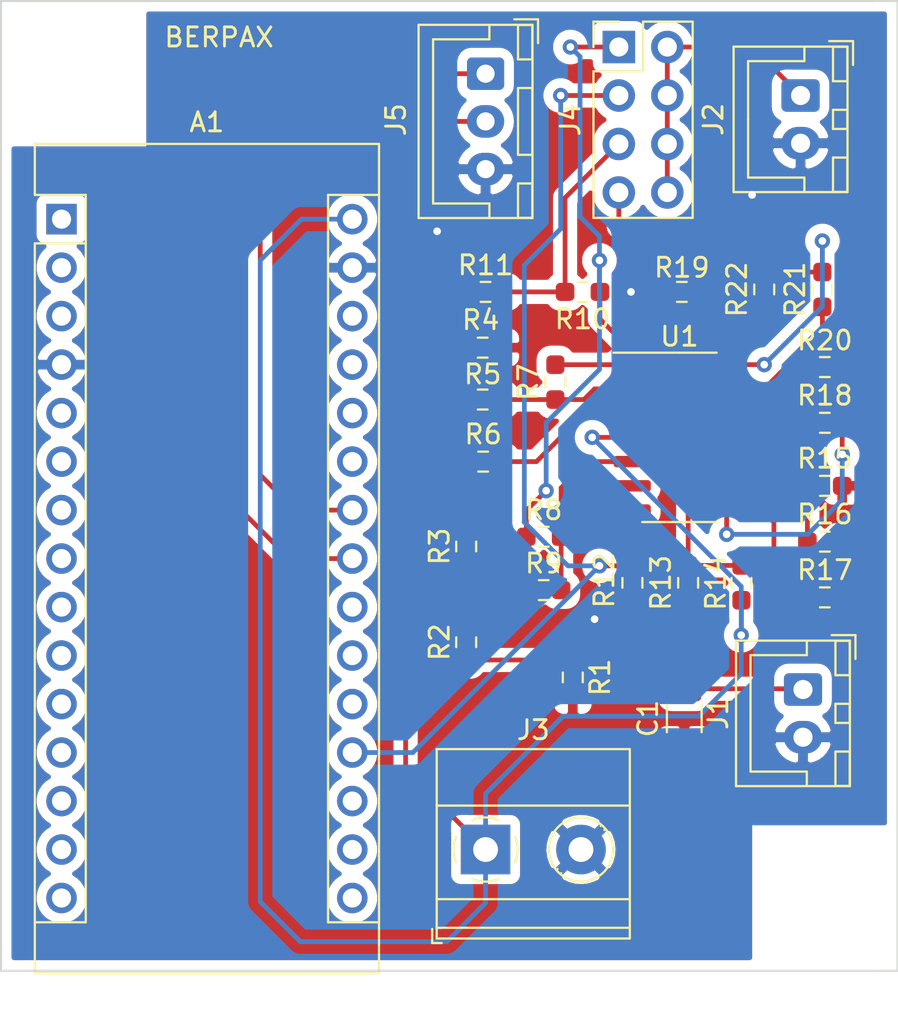
<source format=kicad_pcb>
(kicad_pcb (version 20171130) (host pcbnew "(5.1.8)-1")
  (layers (0 F.Cu signal) (31 B.Cu signal) (34 B.Paste user) (35 F.Paste user) (36 B.SilkS user) (37 F.SilkS user) (38 B.Mask user) (39 F.Mask user) (44 Edge.Cuts user))
  (net 0 "")
  (net 1 "Net-(A1-Pad16)")
  (net 2 "Net-(A1-Pad15)")
  (net 3 +12V)
  (net 4 "Net-(A1-Pad14)")
  (net 5 GND)
  (net 6 "Net-(A1-Pad13)")
  (net 7 "Net-(A1-Pad28)")
  (net 8 "Net-(A1-Pad12)")
  (net 9 "Net-(A1-Pad27)")
  (net 10 "Net-(A1-Pad11)")
  (net 11 "Net-(A1-Pad26)")
  (net 12 "Net-(A1-Pad10)")
  (net 13 "Net-(A1-Pad25)")
  (net 14 "Net-(A1-Pad9)")
  (net 15 "Net-(A1-Pad24)")
  (net 16 "Net-(A1-Pad8)")
  (net 17 "Net-(A1-Pad23)")
  (net 18 "Net-(A1-Pad7)")
  (net 19 "Net-(A1-Pad22)")
  (net 20 "Net-(A1-Pad6)")
  (net 21 "Net-(A1-Pad21)")
  (net 22 "Net-(A1-Pad5)")
  (net 23 "Net-(A1-Pad20)")
  (net 24 0-5V)
  (net 25 "Net-(A1-Pad3)")
  (net 26 "Net-(A1-Pad18)")
  (net 27 "Net-(A1-Pad2)")
  (net 28 "Net-(A1-Pad17)")
  (net 29 "Net-(A1-Pad1)")
  (net 30 "Net-(C1-Pad1)")
  (net 31 "Net-(J2-Pad1)")
  (net 32 4-20mA)
  (net 33 0-3V3)
  (net 34 0-10V)
  (net 35 "Net-(R2-Pad1)")
  (net 36 "Net-(R3-Pad1)")
  (net 37 "Net-(R4-Pad2)")
  (net 38 "Net-(R5-Pad2)")
  (net 39 "Net-(R8-Pad2)")
  (net 40 "Net-(R12-Pad2)")
  (net 41 "Net-(R13-Pad2)")
  (net 42 "Net-(R15-Pad1)")
  (net 43 "Net-(R16-Pad2)")
  (net 44 "Net-(R17-Pad1)")
  (net 45 "Net-(R18-Pad1)")
  (net 46 "Net-(R20-Pad2)")
  (net 47 "Net-(R21-Pad2)")
  (module MountingHole:MountingHole_3.2mm_M3 (layer F.Cu) (at 49.53 29.21)
    (fp_text reference REF** hide)
    (fp_text value MountingHole_3.2mm_M3)
    (pad 1 np_thru_hole circle (at 0 0) (size 3.2 3.2) (drill 3.2) (layers *.Cu *.Mask))
  )
  (module MountingHole:MountingHole_3.2mm_M3 (layer F.Cu) (at 88.9 72.39)
    (fp_text reference REF** hide)
    (fp_text value MountingHole_3.2mm_M3)
    (pad 1 np_thru_hole circle (at 0 0) (size 3.2 3.2) (drill 3.2) (layers *.Cu *.Mask))
  )
  (module Module:Arduino_Nano (layer F.Cu) (at 48.895 36.83)
    (fp_text reference A1 (at 7.62 -5.08) (layer F.SilkS))
    (fp_text value Arduino_Nano_Every)
    (fp_line (start 16.64 -3.94) (end -1.4 -3.94) (layer F.SilkS) (width 0.12))
    (fp_line (start 16.64 39.5) (end 16.64 -3.94) (layer F.SilkS) (width 0.12))
    (fp_line (start -1.4 39.5) (end 16.64 39.5) (layer F.SilkS) (width 0.12))
    (fp_line (start 1.27 36.83) (end -1.4 36.83) (layer F.SilkS) (width 0.12))
    (fp_line (start 1.27 1.27) (end 1.27 36.83) (layer F.SilkS) (width 0.12))
    (fp_line (start 1.27 1.27) (end -1.4 1.27) (layer F.SilkS) (width 0.12))
    (fp_line (start 13.97 36.83) (end 16.64 36.83) (layer F.SilkS) (width 0.12))
    (fp_line (start 13.97 -1.27) (end 13.97 36.83) (layer F.SilkS) (width 0.12))
    (fp_line (start 13.97 -1.27) (end 16.64 -1.27) (layer F.SilkS) (width 0.12))
    (fp_line (start -1.4 -3.94) (end -1.4 -1.27) (layer F.SilkS) (width 0.12))
    (fp_line (start -1.4 1.27) (end -1.4 39.5) (layer F.SilkS) (width 0.12))
    (fp_line (start 1.27 -1.27) (end -1.4 -1.27) (layer F.SilkS) (width 0.12))
    (fp_line (start 1.27 1.27) (end 1.27 -1.27) (layer F.SilkS) (width 0.12))
    (pad 16 thru_hole oval (at 15.24 35.56) (size 1.6 1.6) (drill 1) (layers *.Cu *.Mask) (net 1 "Net-(A1-Pad16)"))
    (pad 15 thru_hole oval (at 0 35.56) (size 1.6 1.6) (drill 1) (layers *.Cu *.Mask) (net 2 "Net-(A1-Pad15)"))
    (pad 30 thru_hole oval (at 15.24 0) (size 1.6 1.6) (drill 1) (layers *.Cu *.Mask) (net 3 +12V))
    (pad 14 thru_hole oval (at 0 33.02) (size 1.6 1.6) (drill 1) (layers *.Cu *.Mask) (net 4 "Net-(A1-Pad14)"))
    (pad 29 thru_hole oval (at 15.24 2.54) (size 1.6 1.6) (drill 1) (layers *.Cu *.Mask) (net 5 GND))
    (pad 13 thru_hole oval (at 0 30.48) (size 1.6 1.6) (drill 1) (layers *.Cu *.Mask) (net 6 "Net-(A1-Pad13)"))
    (pad 28 thru_hole oval (at 15.24 5.08) (size 1.6 1.6) (drill 1) (layers *.Cu *.Mask) (net 7 "Net-(A1-Pad28)"))
    (pad 12 thru_hole oval (at 0 27.94) (size 1.6 1.6) (drill 1) (layers *.Cu *.Mask) (net 8 "Net-(A1-Pad12)"))
    (pad 27 thru_hole oval (at 15.24 7.62) (size 1.6 1.6) (drill 1) (layers *.Cu *.Mask) (net 9 "Net-(A1-Pad27)"))
    (pad 11 thru_hole oval (at 0 25.4) (size 1.6 1.6) (drill 1) (layers *.Cu *.Mask) (net 10 "Net-(A1-Pad11)"))
    (pad 26 thru_hole oval (at 15.24 10.16) (size 1.6 1.6) (drill 1) (layers *.Cu *.Mask) (net 11 "Net-(A1-Pad26)"))
    (pad 10 thru_hole oval (at 0 22.86) (size 1.6 1.6) (drill 1) (layers *.Cu *.Mask) (net 12 "Net-(A1-Pad10)"))
    (pad 25 thru_hole oval (at 15.24 12.7) (size 1.6 1.6) (drill 1) (layers *.Cu *.Mask) (net 13 "Net-(A1-Pad25)"))
    (pad 9 thru_hole oval (at 0 20.32) (size 1.6 1.6) (drill 1) (layers *.Cu *.Mask) (net 14 "Net-(A1-Pad9)"))
    (pad 24 thru_hole oval (at 15.24 15.24) (size 1.6 1.6) (drill 1) (layers *.Cu *.Mask) (net 15 "Net-(A1-Pad24)"))
    (pad 8 thru_hole oval (at 0 17.78) (size 1.6 1.6) (drill 1) (layers *.Cu *.Mask) (net 16 "Net-(A1-Pad8)"))
    (pad 23 thru_hole oval (at 15.24 17.78) (size 1.6 1.6) (drill 1) (layers *.Cu *.Mask) (net 17 "Net-(A1-Pad23)"))
    (pad 7 thru_hole oval (at 0 15.24) (size 1.6 1.6) (drill 1) (layers *.Cu *.Mask) (net 18 "Net-(A1-Pad7)"))
    (pad 22 thru_hole oval (at 15.24 20.32) (size 1.6 1.6) (drill 1) (layers *.Cu *.Mask) (net 19 "Net-(A1-Pad22)"))
    (pad 6 thru_hole oval (at 0 12.7) (size 1.6 1.6) (drill 1) (layers *.Cu *.Mask) (net 20 "Net-(A1-Pad6)"))
    (pad 21 thru_hole oval (at 15.24 22.86) (size 1.6 1.6) (drill 1) (layers *.Cu *.Mask) (net 21 "Net-(A1-Pad21)"))
    (pad 5 thru_hole oval (at 0 10.16) (size 1.6 1.6) (drill 1) (layers *.Cu *.Mask) (net 22 "Net-(A1-Pad5)"))
    (pad 20 thru_hole oval (at 15.24 25.4) (size 1.6 1.6) (drill 1) (layers *.Cu *.Mask) (net 23 "Net-(A1-Pad20)"))
    (pad 4 thru_hole oval (at 0 7.62) (size 1.6 1.6) (drill 1) (layers *.Cu *.Mask) (net 5 GND))
    (pad 19 thru_hole oval (at 15.24 27.94) (size 1.6 1.6) (drill 1) (layers *.Cu *.Mask) (net 24 0-5V))
    (pad 3 thru_hole oval (at 0 5.08) (size 1.6 1.6) (drill 1) (layers *.Cu *.Mask) (net 25 "Net-(A1-Pad3)"))
    (pad 18 thru_hole oval (at 15.24 30.48) (size 1.6 1.6) (drill 1) (layers *.Cu *.Mask) (net 26 "Net-(A1-Pad18)"))
    (pad 2 thru_hole oval (at 0 2.54) (size 1.6 1.6) (drill 1) (layers *.Cu *.Mask) (net 27 "Net-(A1-Pad2)"))
    (pad 17 thru_hole oval (at 15.24 33.02) (size 1.6 1.6) (drill 1) (layers *.Cu *.Mask) (net 28 "Net-(A1-Pad17)"))
    (pad 1 thru_hole rect (at 0 0) (size 1.6 1.6) (drill 1) (layers *.Cu *.Mask) (net 29 "Net-(A1-Pad1)"))
  )
  (module Capacitor_SMD:C_1206_3216Metric_Pad1.33x1.80mm_HandSolder (layer F.Cu) (at 81.534 62.992 270)
    (fp_text reference C1 (at 0 1.905 90) (layer F.SilkS))
    (fp_text value C)
    (fp_line (start -0.711252 0.91) (end 0.711252 0.91) (layer F.SilkS) (width 0.12))
    (fp_line (start -0.711252 -0.91) (end 0.711252 -0.91) (layer F.SilkS) (width 0.12))
    (pad 2 smd roundrect (at 1.5625 0 270) (size 1.325 1.8) (layers F.Cu F.Paste F.Mask) (roundrect_rratio 0.188679) (net 5 GND))
    (pad 1 smd roundrect (at -1.5625 0 270) (size 1.325 1.8) (layers F.Cu F.Paste F.Mask) (roundrect_rratio 0.188679) (net 30 "Net-(C1-Pad1)"))
  )
  (module Package_SO:SOIC-14_3.9x8.7mm_P1.27mm (layer F.Cu) (at 81.28 48.26)
    (fp_text reference U1 (at 0 -5.28) (layer F.SilkS))
    (fp_text value Opamp_Quad_Generic)
    (fp_line (start 0 -4.435) (end -3.45 -4.435) (layer F.SilkS) (width 0.12))
    (fp_line (start 0 -4.435) (end 1.95 -4.435) (layer F.SilkS) (width 0.12))
    (fp_line (start 0 4.435) (end -1.95 4.435) (layer F.SilkS) (width 0.12))
    (fp_line (start 0 4.435) (end 1.95 4.435) (layer F.SilkS) (width 0.12))
    (pad 14 smd roundrect (at 2.475 -3.81) (size 1.95 0.6) (layers F.Cu F.Paste F.Mask) (net 47 "Net-(R21-Pad2)"))
    (pad 13 smd roundrect (at 2.475 -2.54) (size 1.95 0.6) (layers F.Cu F.Paste F.Mask) (net 46 "Net-(R20-Pad2)"))
    (pad 12 smd roundrect (at 2.475 -1.27) (size 1.95 0.6) (layers F.Cu F.Paste F.Mask) (net 45 "Net-(R18-Pad1)"))
    (pad 11 smd roundrect (at 2.475 0) (size 1.95 0.6) (layers F.Cu F.Paste F.Mask) (net 5 GND))
    (pad 10 smd roundrect (at 2.475 1.27) (size 1.95 0.6) (layers F.Cu F.Paste F.Mask) (net 41 "Net-(R13-Pad2)"))
    (pad 9 smd roundrect (at 2.475 2.54) (size 1.95 0.6) (layers F.Cu F.Paste F.Mask) (net 42 "Net-(R15-Pad1)"))
    (pad 8 smd roundrect (at 2.475 3.81) (size 1.95 0.6) (layers F.Cu F.Paste F.Mask) (net 44 "Net-(R17-Pad1)"))
    (pad 7 smd roundrect (at -2.475 3.81) (size 1.95 0.6) (layers F.Cu F.Paste F.Mask) (net 24 0-5V))
    (pad 6 smd roundrect (at -2.475 2.54) (size 1.95 0.6) (layers F.Cu F.Paste F.Mask) (net 24 0-5V))
    (pad 5 smd roundrect (at -2.475 1.27) (size 1.95 0.6) (layers F.Cu F.Paste F.Mask) (net 39 "Net-(R8-Pad2)"))
    (pad 4 smd roundrect (at -2.475 0) (size 1.95 0.6) (layers F.Cu F.Paste F.Mask) (net 3 +12V))
    (pad 3 smd roundrect (at -2.475 -1.27) (size 1.95 0.6) (layers F.Cu F.Paste F.Mask) (net 36 "Net-(R3-Pad1)"))
    (pad 2 smd roundrect (at -2.475 -2.54) (size 1.95 0.6) (layers F.Cu F.Paste F.Mask) (net 38 "Net-(R5-Pad2)"))
    (pad 1 smd roundrect (at -2.475 -3.81) (size 1.95 0.6) (layers F.Cu F.Paste F.Mask) (net 34 0-10V))
  )
  (module Resistor_SMD:R_0603_1608Metric_Pad0.98x0.95mm_HandSolder (layer F.Cu) (at 85.725 40.513 90)
    (fp_text reference R22 (at 0 -1.43 90) (layer F.SilkS))
    (fp_text value 47)
    (fp_line (start -0.254724 0.5225) (end 0.254724 0.5225) (layer F.SilkS) (width 0.12))
    (fp_line (start -0.254724 -0.5225) (end 0.254724 -0.5225) (layer F.SilkS) (width 0.12))
    (pad 2 smd roundrect (at 0.9125 0 90) (size 0.975 0.95) (layers F.Cu F.Paste F.Mask) (net 47 "Net-(R21-Pad2)"))
    (pad 1 smd roundrect (at -0.9125 0 90) (size 0.975 0.95) (layers F.Cu F.Paste F.Mask) (net 32 4-20mA))
  )
  (module Resistor_SMD:R_0603_1608Metric_Pad0.98x0.95mm_HandSolder (layer F.Cu) (at 88.773 40.513 90)
    (fp_text reference R21 (at 0 -1.43 90) (layer F.SilkS))
    (fp_text value 15k)
    (fp_line (start -0.254724 0.5225) (end 0.254724 0.5225) (layer F.SilkS) (width 0.12))
    (fp_line (start -0.254724 -0.5225) (end 0.254724 -0.5225) (layer F.SilkS) (width 0.12))
    (pad 2 smd roundrect (at 0.9125 0 90) (size 0.975 0.95) (layers F.Cu F.Paste F.Mask) (net 47 "Net-(R21-Pad2)"))
    (pad 1 smd roundrect (at -0.9125 0 90) (size 0.975 0.95) (layers F.Cu F.Paste F.Mask) (net 46 "Net-(R20-Pad2)"))
  )
  (module Resistor_SMD:R_0603_1608Metric_Pad0.98x0.95mm_HandSolder (layer F.Cu) (at 88.9 44.577 180)
    (fp_text reference R20 (at 0 1.397) (layer F.SilkS))
    (fp_text value 10k)
    (fp_line (start -0.254724 0.5225) (end 0.254724 0.5225) (layer F.SilkS) (width 0.12))
    (fp_line (start -0.254724 -0.5225) (end 0.254724 -0.5225) (layer F.SilkS) (width 0.12))
    (pad 2 smd roundrect (at 0.9125 0 180) (size 0.975 0.95) (layers F.Cu F.Paste F.Mask) (net 46 "Net-(R20-Pad2)"))
    (pad 1 smd roundrect (at -0.9125 0 180) (size 0.975 0.95) (layers F.Cu F.Paste F.Mask) (net 5 GND))
  )
  (module Resistor_SMD:R_0603_1608Metric_Pad0.98x0.95mm_HandSolder (layer F.Cu) (at 81.407 40.64 180)
    (fp_text reference R19 (at 0 1.27) (layer F.SilkS))
    (fp_text value 15k)
    (fp_line (start -0.254724 0.5225) (end 0.254724 0.5225) (layer F.SilkS) (width 0.12))
    (fp_line (start -0.254724 -0.5225) (end 0.254724 -0.5225) (layer F.SilkS) (width 0.12))
    (pad 2 smd roundrect (at 0.9125 0 180) (size 0.975 0.95) (layers F.Cu F.Paste F.Mask) (net 45 "Net-(R18-Pad1)"))
    (pad 1 smd roundrect (at -0.9125 0 180) (size 0.975 0.95) (layers F.Cu F.Paste F.Mask) (net 32 4-20mA))
  )
  (module Resistor_SMD:R_0603_1608Metric_Pad0.98x0.95mm_HandSolder (layer F.Cu) (at 88.9 47.498)
    (fp_text reference R18 (at 0 -1.43) (layer F.SilkS))
    (fp_text value 100k)
    (fp_line (start -0.254724 0.5225) (end 0.254724 0.5225) (layer F.SilkS) (width 0.12))
    (fp_line (start -0.254724 -0.5225) (end 0.254724 -0.5225) (layer F.SilkS) (width 0.12))
    (pad 2 smd roundrect (at 0.9125 0) (size 0.975 0.95) (layers F.Cu F.Paste F.Mask) (net 44 "Net-(R17-Pad1)"))
    (pad 1 smd roundrect (at -0.9125 0) (size 0.975 0.95) (layers F.Cu F.Paste F.Mask) (net 45 "Net-(R18-Pad1)"))
  )
  (module Resistor_SMD:R_0603_1608Metric_Pad0.98x0.95mm_HandSolder (layer F.Cu) (at 88.9 56.642)
    (fp_text reference R17 (at 0 -1.43) (layer F.SilkS))
    (fp_text value 100)
    (fp_line (start -0.254724 0.5225) (end 0.254724 0.5225) (layer F.SilkS) (width 0.12))
    (fp_line (start -0.254724 -0.5225) (end 0.254724 -0.5225) (layer F.SilkS) (width 0.12))
    (pad 2 smd roundrect (at 0.9125 0) (size 0.975 0.95) (layers F.Cu F.Paste F.Mask) (net 43 "Net-(R16-Pad2)"))
    (pad 1 smd roundrect (at -0.9125 0) (size 0.975 0.95) (layers F.Cu F.Paste F.Mask) (net 44 "Net-(R17-Pad1)"))
  )
  (module Resistor_SMD:R_0603_1608Metric_Pad0.98x0.95mm_HandSolder (layer F.Cu) (at 88.9 53.721)
    (fp_text reference R16 (at 0 -1.43) (layer F.SilkS))
    (fp_text value 2,4k)
    (fp_line (start -0.254724 0.5225) (end 0.254724 0.5225) (layer F.SilkS) (width 0.12))
    (fp_line (start -0.254724 -0.5225) (end 0.254724 -0.5225) (layer F.SilkS) (width 0.12))
    (pad 2 smd roundrect (at 0.9125 0) (size 0.975 0.95) (layers F.Cu F.Paste F.Mask) (net 43 "Net-(R16-Pad2)"))
    (pad 1 smd roundrect (at -0.9125 0) (size 0.975 0.95) (layers F.Cu F.Paste F.Mask) (net 42 "Net-(R15-Pad1)"))
  )
  (module Resistor_SMD:R_0603_1608Metric_Pad0.98x0.95mm_HandSolder (layer F.Cu) (at 88.9 50.8)
    (fp_text reference R15 (at 0 -1.43) (layer F.SilkS))
    (fp_text value 24k)
    (fp_line (start -0.254724 0.5225) (end 0.254724 0.5225) (layer F.SilkS) (width 0.12))
    (fp_line (start -0.254724 -0.5225) (end 0.254724 -0.5225) (layer F.SilkS) (width 0.12))
    (pad 2 smd roundrect (at 0.9125 0) (size 0.975 0.95) (layers F.Cu F.Paste F.Mask) (net 5 GND))
    (pad 1 smd roundrect (at -0.9125 0) (size 0.975 0.95) (layers F.Cu F.Paste F.Mask) (net 42 "Net-(R15-Pad1)"))
  )
  (module Resistor_SMD:R_0603_1608Metric_Pad0.98x0.95mm_HandSolder (layer F.Cu) (at 84.5312 55.88 270)
    (fp_text reference R14 (at 0 1.3462 90) (layer F.SilkS))
    (fp_text value 24k)
    (fp_line (start -0.254724 0.5225) (end 0.254724 0.5225) (layer F.SilkS) (width 0.12))
    (fp_line (start -0.254724 -0.5225) (end 0.254724 -0.5225) (layer F.SilkS) (width 0.12))
    (pad 2 smd roundrect (at 0.9125 0 270) (size 0.975 0.95) (layers F.Cu F.Paste F.Mask) (net 3 +12V))
    (pad 1 smd roundrect (at -0.9125 0 270) (size 0.975 0.95) (layers F.Cu F.Paste F.Mask) (net 41 "Net-(R13-Pad2)"))
  )
  (module Resistor_SMD:R_0603_1608Metric_Pad0.98x0.95mm_HandSolder (layer F.Cu) (at 81.7372 55.88 90)
    (fp_text reference R13 (at 0 -1.43 90) (layer F.SilkS))
    (fp_text value 100)
    (fp_line (start -0.254724 0.5225) (end 0.254724 0.5225) (layer F.SilkS) (width 0.12))
    (fp_line (start -0.254724 -0.5225) (end 0.254724 -0.5225) (layer F.SilkS) (width 0.12))
    (pad 2 smd roundrect (at 0.9125 0 90) (size 0.975 0.95) (layers F.Cu F.Paste F.Mask) (net 41 "Net-(R13-Pad2)"))
    (pad 1 smd roundrect (at -0.9125 0 90) (size 0.975 0.95) (layers F.Cu F.Paste F.Mask) (net 40 "Net-(R12-Pad2)"))
  )
  (module Resistor_SMD:R_0603_1608Metric_Pad0.98x0.95mm_HandSolder (layer F.Cu) (at 78.8162 55.88 270)
    (fp_text reference R12 (at -0.127 1.4732 90) (layer F.SilkS))
    (fp_text value 2,4k)
    (fp_line (start -0.254724 0.5225) (end 0.254724 0.5225) (layer F.SilkS) (width 0.12))
    (fp_line (start -0.254724 -0.5225) (end 0.254724 -0.5225) (layer F.SilkS) (width 0.12))
    (pad 2 smd roundrect (at 0.9125 0 270) (size 0.975 0.95) (layers F.Cu F.Paste F.Mask) (net 40 "Net-(R12-Pad2)"))
    (pad 1 smd roundrect (at -0.9125 0 270) (size 0.975 0.95) (layers F.Cu F.Paste F.Mask) (net 24 0-5V))
  )
  (module Resistor_SMD:R_0603_1608Metric_Pad0.98x0.95mm_HandSolder (layer F.Cu) (at 71.12 40.64 180)
    (fp_text reference R11 (at 0 1.397) (layer F.SilkS))
    (fp_text value 1k)
    (fp_line (start -0.254724 0.5225) (end 0.254724 0.5225) (layer F.SilkS) (width 0.12))
    (fp_line (start -0.254724 -0.5225) (end 0.254724 -0.5225) (layer F.SilkS) (width 0.12))
    (pad 2 smd roundrect (at 0.9125 0 180) (size 0.975 0.95) (layers F.Cu F.Paste F.Mask) (net 5 GND))
    (pad 1 smd roundrect (at -0.9125 0 180) (size 0.975 0.95) (layers F.Cu F.Paste F.Mask) (net 33 0-3V3))
  )
  (module Resistor_SMD:R_0603_1608Metric_Pad0.98x0.95mm_HandSolder (layer F.Cu) (at 76.2 40.64 180)
    (fp_text reference R10 (at 0 -1.43) (layer F.SilkS))
    (fp_text value 2k)
    (fp_line (start -0.254724 0.5225) (end 0.254724 0.5225) (layer F.SilkS) (width 0.12))
    (fp_line (start -0.254724 -0.5225) (end 0.254724 -0.5225) (layer F.SilkS) (width 0.12))
    (pad 2 smd roundrect (at 0.9125 0 180) (size 0.975 0.95) (layers F.Cu F.Paste F.Mask) (net 33 0-3V3))
    (pad 1 smd roundrect (at -0.9125 0 180) (size 0.975 0.95) (layers F.Cu F.Paste F.Mask) (net 34 0-10V))
  )
  (module Resistor_SMD:R_0603_1608Metric_Pad0.98x0.95mm_HandSolder (layer F.Cu) (at 74.168 56.261 180)
    (fp_text reference R9 (at 0 1.397) (layer F.SilkS))
    (fp_text value 10k)
    (fp_line (start -0.254724 -0.5225) (end 0.254724 -0.5225) (layer F.SilkS) (width 0.12))
    (fp_line (start -0.254724 0.5225) (end 0.254724 0.5225) (layer F.SilkS) (width 0.12))
    (pad 1 smd roundrect (at -0.9125 0 180) (size 0.975 0.95) (layers F.Cu F.Paste F.Mask) (net 39 "Net-(R8-Pad2)"))
    (pad 2 smd roundrect (at 0.9125 0 180) (size 0.975 0.95) (layers F.Cu F.Paste F.Mask) (net 5 GND))
  )
  (module Resistor_SMD:R_0603_1608Metric_Pad0.98x0.95mm_HandSolder (layer F.Cu) (at 74.168 53.467)
    (fp_text reference R8 (at 0 -1.397) (layer F.SilkS))
    (fp_text value 10k)
    (fp_line (start -0.254724 0.5225) (end 0.254724 0.5225) (layer F.SilkS) (width 0.12))
    (fp_line (start -0.254724 -0.5225) (end 0.254724 -0.5225) (layer F.SilkS) (width 0.12))
    (pad 2 smd roundrect (at 0.9125 0) (size 0.975 0.95) (layers F.Cu F.Paste F.Mask) (net 39 "Net-(R8-Pad2)"))
    (pad 1 smd roundrect (at -0.9125 0) (size 0.975 0.95) (layers F.Cu F.Paste F.Mask) (net 34 0-10V))
  )
  (module Resistor_SMD:R_0603_1608Metric_Pad0.98x0.95mm_HandSolder (layer F.Cu) (at 74.7776 45.3663 90)
    (fp_text reference R7 (at 0 -1.43 90) (layer F.SilkS))
    (fp_text value 10k)
    (fp_line (start -0.254724 0.5225) (end 0.254724 0.5225) (layer F.SilkS) (width 0.12))
    (fp_line (start -0.254724 -0.5225) (end 0.254724 -0.5225) (layer F.SilkS) (width 0.12))
    (pad 2 smd roundrect (at 0.9125 0 90) (size 0.975 0.95) (layers F.Cu F.Paste F.Mask) (net 34 0-10V))
    (pad 1 smd roundrect (at -0.9125 0 90) (size 0.975 0.95) (layers F.Cu F.Paste F.Mask) (net 38 "Net-(R5-Pad2)"))
  )
  (module Resistor_SMD:R_0603_1608Metric_Pad0.98x0.95mm_HandSolder (layer F.Cu) (at 70.993 49.53)
    (fp_text reference R6 (at 0 -1.43) (layer F.SilkS))
    (fp_text value 24k)
    (fp_line (start -0.254724 0.5225) (end 0.254724 0.5225) (layer F.SilkS) (width 0.12))
    (fp_line (start -0.254724 -0.5225) (end 0.254724 -0.5225) (layer F.SilkS) (width 0.12))
    (pad 2 smd roundrect (at 0.9125 0) (size 0.975 0.95) (layers F.Cu F.Paste F.Mask) (net 36 "Net-(R3-Pad1)"))
    (pad 1 smd roundrect (at -0.9125 0) (size 0.975 0.95) (layers F.Cu F.Paste F.Mask) (net 3 +12V))
  )
  (module Resistor_SMD:R_0603_1608Metric_Pad0.98x0.95mm_HandSolder (layer F.Cu) (at 70.9676 46.2788)
    (fp_text reference R5 (at 0 -1.3208) (layer F.SilkS))
    (fp_text value 130)
    (fp_line (start -0.254724 0.5225) (end 0.254724 0.5225) (layer F.SilkS) (width 0.12))
    (fp_line (start -0.254724 -0.5225) (end 0.254724 -0.5225) (layer F.SilkS) (width 0.12))
    (pad 2 smd roundrect (at 0.9125 0) (size 0.975 0.95) (layers F.Cu F.Paste F.Mask) (net 38 "Net-(R5-Pad2)"))
    (pad 1 smd roundrect (at -0.9125 0) (size 0.975 0.95) (layers F.Cu F.Paste F.Mask) (net 37 "Net-(R4-Pad2)"))
  )
  (module Resistor_SMD:R_0603_1608Metric_Pad0.98x0.95mm_HandSolder (layer F.Cu) (at 70.9676 43.561 180)
    (fp_text reference R4 (at 0.1016 1.4478) (layer F.SilkS))
    (fp_text value 9,1k)
    (fp_line (start -0.254724 0.5225) (end 0.254724 0.5225) (layer F.SilkS) (width 0.12))
    (fp_line (start -0.254724 -0.5225) (end 0.254724 -0.5225) (layer F.SilkS) (width 0.12))
    (pad 2 smd roundrect (at 0.9125 0 180) (size 0.975 0.95) (layers F.Cu F.Paste F.Mask) (net 37 "Net-(R4-Pad2)"))
    (pad 1 smd roundrect (at -0.9125 0 180) (size 0.975 0.95) (layers F.Cu F.Paste F.Mask) (net 5 GND))
  )
  (module Resistor_SMD:R_0603_1608Metric_Pad0.98x0.95mm_HandSolder (layer F.Cu) (at 70.104 53.975 270)
    (fp_text reference R3 (at 0 1.397 90) (layer F.SilkS))
    (fp_text value 3k)
    (fp_line (start -0.254724 0.5225) (end 0.254724 0.5225) (layer F.SilkS) (width 0.12))
    (fp_line (start -0.254724 -0.5225) (end 0.254724 -0.5225) (layer F.SilkS) (width 0.12))
    (pad 2 smd roundrect (at 0.9125 0 270) (size 0.975 0.95) (layers F.Cu F.Paste F.Mask) (net 35 "Net-(R2-Pad1)"))
    (pad 1 smd roundrect (at -0.9125 0 270) (size 0.975 0.95) (layers F.Cu F.Paste F.Mask) (net 36 "Net-(R3-Pad1)"))
  )
  (module Resistor_SMD:R_0603_1608Metric_Pad0.98x0.95mm_HandSolder (layer F.Cu) (at 70.104 58.9915 270)
    (fp_text reference R2 (at 0 1.397 90) (layer F.SilkS))
    (fp_text value 3k)
    (fp_line (start -0.254724 0.5225) (end 0.254724 0.5225) (layer F.SilkS) (width 0.12))
    (fp_line (start -0.254724 -0.5225) (end 0.254724 -0.5225) (layer F.SilkS) (width 0.12))
    (pad 2 smd roundrect (at 0.9125 0 270) (size 0.975 0.95) (layers F.Cu F.Paste F.Mask) (net 30 "Net-(C1-Pad1)"))
    (pad 1 smd roundrect (at -0.9125 0 270) (size 0.975 0.95) (layers F.Cu F.Paste F.Mask) (net 35 "Net-(R2-Pad1)"))
  )
  (module Resistor_SMD:R_0603_1608Metric_Pad0.98x0.95mm_HandSolder (layer F.Cu) (at 75.692 60.833 270)
    (fp_text reference R1 (at 0 -1.43 90) (layer F.SilkS))
    (fp_text value 10k)
    (fp_line (start -0.254724 0.5225) (end 0.254724 0.5225) (layer F.SilkS) (width 0.12))
    (fp_line (start -0.254724 -0.5225) (end 0.254724 -0.5225) (layer F.SilkS) (width 0.12))
    (pad 2 smd roundrect (at 0.9125 0 270) (size 0.975 0.95) (layers F.Cu F.Paste F.Mask) (net 5 GND))
    (pad 1 smd roundrect (at -0.9125 0 270) (size 0.975 0.95) (layers F.Cu F.Paste F.Mask) (net 30 "Net-(C1-Pad1)"))
  )
  (module Connector_JST:JST_XH_B3B-XH-A_1x03_P2.50mm_Vertical (layer F.Cu) (at 71.12 29.21 270)
    (fp_text reference J5 (at 2.413 4.699 90) (layer F.SilkS))
    (fp_text value Conn_01x03_Female)
    (fp_line (start -2.85 -2.75) (end -2.85 -1.5) (layer F.SilkS) (width 0.12))
    (fp_line (start -1.6 -2.75) (end -2.85 -2.75) (layer F.SilkS) (width 0.12))
    (fp_line (start 6.8 2.75) (end 2.5 2.75) (layer F.SilkS) (width 0.12))
    (fp_line (start 6.8 -0.2) (end 6.8 2.75) (layer F.SilkS) (width 0.12))
    (fp_line (start 7.55 -0.2) (end 6.8 -0.2) (layer F.SilkS) (width 0.12))
    (fp_line (start -1.8 2.75) (end 2.5 2.75) (layer F.SilkS) (width 0.12))
    (fp_line (start -1.8 -0.2) (end -1.8 2.75) (layer F.SilkS) (width 0.12))
    (fp_line (start -2.55 -0.2) (end -1.8 -0.2) (layer F.SilkS) (width 0.12))
    (fp_line (start 7.55 -2.45) (end 5.75 -2.45) (layer F.SilkS) (width 0.12))
    (fp_line (start 7.55 -1.7) (end 7.55 -2.45) (layer F.SilkS) (width 0.12))
    (fp_line (start 5.75 -1.7) (end 7.55 -1.7) (layer F.SilkS) (width 0.12))
    (fp_line (start 5.75 -2.45) (end 5.75 -1.7) (layer F.SilkS) (width 0.12))
    (fp_line (start -0.75 -2.45) (end -2.55 -2.45) (layer F.SilkS) (width 0.12))
    (fp_line (start -0.75 -1.7) (end -0.75 -2.45) (layer F.SilkS) (width 0.12))
    (fp_line (start -2.55 -1.7) (end -0.75 -1.7) (layer F.SilkS) (width 0.12))
    (fp_line (start -2.55 -2.45) (end -2.55 -1.7) (layer F.SilkS) (width 0.12))
    (fp_line (start 4.25 -2.45) (end 0.75 -2.45) (layer F.SilkS) (width 0.12))
    (fp_line (start 4.25 -1.7) (end 4.25 -2.45) (layer F.SilkS) (width 0.12))
    (fp_line (start 0.75 -1.7) (end 4.25 -1.7) (layer F.SilkS) (width 0.12))
    (fp_line (start 0.75 -2.45) (end 0.75 -1.7) (layer F.SilkS) (width 0.12))
    (fp_line (start 7.56 -2.46) (end -2.56 -2.46) (layer F.SilkS) (width 0.12))
    (fp_line (start 7.56 3.51) (end 7.56 -2.46) (layer F.SilkS) (width 0.12))
    (fp_line (start -2.56 3.51) (end 7.56 3.51) (layer F.SilkS) (width 0.12))
    (fp_line (start -2.56 -2.46) (end -2.56 3.51) (layer F.SilkS) (width 0.12))
    (pad 3 thru_hole oval (at 5 0 270) (size 1.7 1.95) (drill 0.95) (layers *.Cu *.Mask) (net 5 GND))
    (pad 2 thru_hole oval (at 2.5 0 270) (size 1.7 1.95) (drill 0.95) (layers *.Cu *.Mask) (net 15 "Net-(A1-Pad24)"))
    (pad 1 thru_hole roundrect (at 0 0 270) (size 1.7 1.95) (drill 0.95) (layers *.Cu *.Mask) (roundrect_rratio 0.147059) (net 17 "Net-(A1-Pad23)"))
  )
  (module Connector_PinHeader_2.54mm:PinHeader_2x04_P2.54mm_Vertical (layer F.Cu) (at 78.105 27.813)
    (fp_text reference J4 (at -2.54 3.81 90) (layer F.SilkS))
    (fp_text value Conn_02x04_Odd_Even)
    (fp_line (start -1.33 -1.33) (end 0 -1.33) (layer F.SilkS) (width 0.12))
    (fp_line (start -1.33 0) (end -1.33 -1.33) (layer F.SilkS) (width 0.12))
    (fp_line (start 1.27 -1.33) (end 3.87 -1.33) (layer F.SilkS) (width 0.12))
    (fp_line (start 1.27 1.27) (end 1.27 -1.33) (layer F.SilkS) (width 0.12))
    (fp_line (start -1.33 1.27) (end 1.27 1.27) (layer F.SilkS) (width 0.12))
    (fp_line (start 3.87 -1.33) (end 3.87 8.95) (layer F.SilkS) (width 0.12))
    (fp_line (start -1.33 1.27) (end -1.33 8.95) (layer F.SilkS) (width 0.12))
    (fp_line (start -1.33 8.95) (end 3.87 8.95) (layer F.SilkS) (width 0.12))
    (pad 8 thru_hole oval (at 2.54 7.62) (size 1.7 1.7) (drill 1) (layers *.Cu *.Mask) (net 31 "Net-(J2-Pad1)"))
    (pad 7 thru_hole oval (at 0 7.62) (size 1.7 1.7) (drill 1) (layers *.Cu *.Mask) (net 32 4-20mA))
    (pad 6 thru_hole oval (at 2.54 5.08) (size 1.7 1.7) (drill 1) (layers *.Cu *.Mask) (net 31 "Net-(J2-Pad1)"))
    (pad 5 thru_hole oval (at 0 5.08) (size 1.7 1.7) (drill 1) (layers *.Cu *.Mask) (net 33 0-3V3))
    (pad 4 thru_hole oval (at 2.54 2.54) (size 1.7 1.7) (drill 1) (layers *.Cu *.Mask) (net 31 "Net-(J2-Pad1)"))
    (pad 3 thru_hole oval (at 0 2.54) (size 1.7 1.7) (drill 1) (layers *.Cu *.Mask) (net 24 0-5V))
    (pad 2 thru_hole oval (at 2.54 0) (size 1.7 1.7) (drill 1) (layers *.Cu *.Mask) (net 31 "Net-(J2-Pad1)"))
    (pad 1 thru_hole rect (at 0 0) (size 1.7 1.7) (drill 1) (layers *.Cu *.Mask) (net 34 0-10V))
  )
  (module TerminalBlock_Phoenix:TerminalBlock_Phoenix_MKDS-1,5-2_1x02_P5.00mm_Horizontal (layer F.Cu) (at 71.12 69.85)
    (fp_text reference J3 (at 2.5 -6.26) (layer F.SilkS))
    (fp_text value Screw_Terminal_01x02)
    (fp_line (start -2.8 4.9) (end -2.3 4.9) (layer F.SilkS) (width 0.12))
    (fp_line (start -2.8 4.16) (end -2.8 4.9) (layer F.SilkS) (width 0.12))
    (fp_line (start 3.773 1.023) (end 3.726 1.069) (layer F.SilkS) (width 0.12))
    (fp_line (start 6.07 -1.275) (end 6.035 -1.239) (layer F.SilkS) (width 0.12))
    (fp_line (start 3.966 1.239) (end 3.931 1.274) (layer F.SilkS) (width 0.12))
    (fp_line (start 6.275 -1.069) (end 6.228 -1.023) (layer F.SilkS) (width 0.12))
    (fp_line (start 7.56 -5.261) (end 7.56 4.66) (layer F.SilkS) (width 0.12))
    (fp_line (start -2.56 -5.261) (end -2.56 4.66) (layer F.SilkS) (width 0.12))
    (fp_line (start -2.56 4.66) (end 7.56 4.66) (layer F.SilkS) (width 0.12))
    (fp_line (start -2.56 -5.261) (end 7.56 -5.261) (layer F.SilkS) (width 0.12))
    (fp_line (start -2.56 -2.301) (end 7.56 -2.301) (layer F.SilkS) (width 0.12))
    (fp_line (start -2.56 2.6) (end 7.56 2.6) (layer F.SilkS) (width 0.12))
    (fp_line (start -2.56 4.1) (end 7.56 4.1) (layer F.SilkS) (width 0.12))
    (fp_circle (center 5 0) (end 6.68 0) (layer F.SilkS) (width 0.12))
    (fp_arc (start 0 0) (end -0.684 1.535) (angle -25) (layer F.SilkS) (width 0.12))
    (fp_arc (start 0 0) (end -1.535 -0.684) (angle -48) (layer F.SilkS) (width 0.12))
    (fp_arc (start 0 0) (end 0.684 -1.535) (angle -48) (layer F.SilkS) (width 0.12))
    (fp_arc (start 0 0) (end 1.535 0.684) (angle -48) (layer F.SilkS) (width 0.12))
    (fp_arc (start 0 0) (end 0 1.68) (angle -24) (layer F.SilkS) (width 0.12))
    (pad 2 thru_hole circle (at 5 0) (size 2.6 2.6) (drill 1.3) (layers *.Cu *.Mask) (net 5 GND))
    (pad 1 thru_hole rect (at 0 0) (size 2.6 2.6) (drill 1.3) (layers *.Cu *.Mask) (net 3 +12V))
  )
  (module Connector_JST:JST_XH_B2B-XH-A_1x02_P2.50mm_Vertical (layer F.Cu) (at 87.63 30.353 270)
    (fp_text reference J2 (at 1.25 4.572 90) (layer F.SilkS))
    (fp_text value Conn_01x02_Female)
    (fp_line (start -2.85 -2.75) (end -2.85 -1.5) (layer F.SilkS) (width 0.12))
    (fp_line (start -1.6 -2.75) (end -2.85 -2.75) (layer F.SilkS) (width 0.12))
    (fp_line (start 4.3 2.75) (end 1.25 2.75) (layer F.SilkS) (width 0.12))
    (fp_line (start 4.3 -0.2) (end 4.3 2.75) (layer F.SilkS) (width 0.12))
    (fp_line (start 5.05 -0.2) (end 4.3 -0.2) (layer F.SilkS) (width 0.12))
    (fp_line (start -1.8 2.75) (end 1.25 2.75) (layer F.SilkS) (width 0.12))
    (fp_line (start -1.8 -0.2) (end -1.8 2.75) (layer F.SilkS) (width 0.12))
    (fp_line (start -2.55 -0.2) (end -1.8 -0.2) (layer F.SilkS) (width 0.12))
    (fp_line (start 5.05 -2.45) (end 3.25 -2.45) (layer F.SilkS) (width 0.12))
    (fp_line (start 5.05 -1.7) (end 5.05 -2.45) (layer F.SilkS) (width 0.12))
    (fp_line (start 3.25 -1.7) (end 5.05 -1.7) (layer F.SilkS) (width 0.12))
    (fp_line (start 3.25 -2.45) (end 3.25 -1.7) (layer F.SilkS) (width 0.12))
    (fp_line (start -0.75 -2.45) (end -2.55 -2.45) (layer F.SilkS) (width 0.12))
    (fp_line (start -0.75 -1.7) (end -0.75 -2.45) (layer F.SilkS) (width 0.12))
    (fp_line (start -2.55 -1.7) (end -0.75 -1.7) (layer F.SilkS) (width 0.12))
    (fp_line (start -2.55 -2.45) (end -2.55 -1.7) (layer F.SilkS) (width 0.12))
    (fp_line (start 1.75 -2.45) (end 0.75 -2.45) (layer F.SilkS) (width 0.12))
    (fp_line (start 1.75 -1.7) (end 1.75 -2.45) (layer F.SilkS) (width 0.12))
    (fp_line (start 0.75 -1.7) (end 1.75 -1.7) (layer F.SilkS) (width 0.12))
    (fp_line (start 0.75 -2.45) (end 0.75 -1.7) (layer F.SilkS) (width 0.12))
    (fp_line (start 5.06 -2.46) (end -2.56 -2.46) (layer F.SilkS) (width 0.12))
    (fp_line (start 5.06 3.51) (end 5.06 -2.46) (layer F.SilkS) (width 0.12))
    (fp_line (start -2.56 3.51) (end 5.06 3.51) (layer F.SilkS) (width 0.12))
    (fp_line (start -2.56 -2.46) (end -2.56 3.51) (layer F.SilkS) (width 0.12))
    (pad 2 thru_hole oval (at 2.5 0 270) (size 1.7 2) (drill 1) (layers *.Cu *.Mask) (net 5 GND))
    (pad 1 thru_hole roundrect (at 0 0 270) (size 1.7 2) (drill 1) (layers *.Cu *.Mask) (roundrect_rratio 0.147059) (net 31 "Net-(J2-Pad1)"))
  )
  (module Connector_JST:JST_XH_B2B-XH-A_1x02_P2.50mm_Vertical (layer F.Cu) (at 87.757 61.468 270)
    (fp_text reference J1 (at 1.25 4.445 90) (layer F.SilkS))
    (fp_text value Conn_01x02_Female)
    (fp_line (start -2.85 -2.75) (end -2.85 -1.5) (layer F.SilkS) (width 0.12))
    (fp_line (start -1.6 -2.75) (end -2.85 -2.75) (layer F.SilkS) (width 0.12))
    (fp_line (start 4.3 2.75) (end 1.25 2.75) (layer F.SilkS) (width 0.12))
    (fp_line (start 4.3 -0.2) (end 4.3 2.75) (layer F.SilkS) (width 0.12))
    (fp_line (start 5.05 -0.2) (end 4.3 -0.2) (layer F.SilkS) (width 0.12))
    (fp_line (start -1.8 2.75) (end 1.25 2.75) (layer F.SilkS) (width 0.12))
    (fp_line (start -1.8 -0.2) (end -1.8 2.75) (layer F.SilkS) (width 0.12))
    (fp_line (start -2.55 -0.2) (end -1.8 -0.2) (layer F.SilkS) (width 0.12))
    (fp_line (start 5.05 -2.45) (end 3.25 -2.45) (layer F.SilkS) (width 0.12))
    (fp_line (start 5.05 -1.7) (end 5.05 -2.45) (layer F.SilkS) (width 0.12))
    (fp_line (start 3.25 -1.7) (end 5.05 -1.7) (layer F.SilkS) (width 0.12))
    (fp_line (start 3.25 -2.45) (end 3.25 -1.7) (layer F.SilkS) (width 0.12))
    (fp_line (start -0.75 -2.45) (end -2.55 -2.45) (layer F.SilkS) (width 0.12))
    (fp_line (start -0.75 -1.7) (end -0.75 -2.45) (layer F.SilkS) (width 0.12))
    (fp_line (start -2.55 -1.7) (end -0.75 -1.7) (layer F.SilkS) (width 0.12))
    (fp_line (start -2.55 -2.45) (end -2.55 -1.7) (layer F.SilkS) (width 0.12))
    (fp_line (start 1.75 -2.45) (end 0.75 -2.45) (layer F.SilkS) (width 0.12))
    (fp_line (start 1.75 -1.7) (end 1.75 -2.45) (layer F.SilkS) (width 0.12))
    (fp_line (start 0.75 -1.7) (end 1.75 -1.7) (layer F.SilkS) (width 0.12))
    (fp_line (start 0.75 -2.45) (end 0.75 -1.7) (layer F.SilkS) (width 0.12))
    (fp_line (start 5.06 -2.46) (end -2.56 -2.46) (layer F.SilkS) (width 0.12))
    (fp_line (start 5.06 3.51) (end 5.06 -2.46) (layer F.SilkS) (width 0.12))
    (fp_line (start -2.56 3.51) (end 5.06 3.51) (layer F.SilkS) (width 0.12))
    (fp_line (start -2.56 -2.46) (end -2.56 3.51) (layer F.SilkS) (width 0.12))
    (pad 2 thru_hole oval (at 2.5 0 270) (size 1.7 2) (drill 1) (layers *.Cu *.Mask) (net 5 GND))
    (pad 1 thru_hole roundrect (at 0 0 270) (size 1.7 2) (drill 1) (layers *.Cu *.Mask) (roundrect_rratio 0.147059) (net 30 "Net-(C1-Pad1)"))
  )
  (gr_text BERPAX (at 57.15 27.305) (layer F.SilkS) (effects (font (size 1 1))))
  (gr_line (start 92.71 25.4) (end 92.71 76.2) (layer Edge.Cuts) (width 0.1))
  (gr_line (start 45.72 25.4) (end 92.71 25.4) (layer Edge.Cuts) (width 0.1))
  (gr_line (start 45.72 76.2) (end 45.72 25.4) (layer Edge.Cuts) (width 0.1))
  (gr_line (start 92.71 76.2) (end 45.72 76.2) (layer Edge.Cuts) (width 0.1))
  (gr_line (start 45.72 25.4) (end 91.44 25.4) (layer Edge.Cuts) (width 0.1))
  (gr_line (start 45.72 76.2) (end 45.72 25.4) (layer Edge.Cuts) (width 0.1))
  (gr_line (start 91.44 76.2) (end 45.72 76.2) (layer Edge.Cuts) (width 0.1))
  (via (at 84.5185 58.6232) (size 0.8) (drill 0.4) (layers F.Cu B.Cu) (net 3))
  (via (at 76.708 48.26) (size 0.8) (drill 0.4) (layers F.Cu B.Cu) (net 3))
  (segment (start 70.0805 49.53) (end 68.326 49.53) (width 0.25) (layer F.Cu) (net 3))
  (segment (start 68.326 49.53) (end 66.929 50.927) (width 0.25) (layer F.Cu) (net 3))
  (segment (start 66.929 65.659) (end 71.12 69.85) (width 0.25) (layer F.Cu) (net 3))
  (segment (start 66.929 50.927) (end 66.929 65.659) (width 0.25) (layer F.Cu) (net 3))
  (segment (start 76.708 48.26) (end 78.805 48.26) (width 0.25) (layer F.Cu) (net 3))
  (segment (start 84.5312 58.6105) (end 84.5185 58.6232) (width 0.25) (layer F.Cu) (net 3))
  (segment (start 84.5312 56.7925) (end 84.5312 58.6105) (width 0.25) (layer F.Cu) (net 3))
  (segment (start 84.5185 60.6425) (end 84.5185 58.6232) (width 0.25) (layer B.Cu) (net 3))
  (segment (start 75.184 62.865) (end 82.296 62.865) (width 0.25) (layer B.Cu) (net 3))
  (segment (start 82.296 62.865) (end 84.5185 60.6425) (width 0.25) (layer B.Cu) (net 3))
  (segment (start 71.12 66.929) (end 75.184 62.865) (width 0.25) (layer B.Cu) (net 3))
  (segment (start 71.12 69.85) (end 71.12 66.929) (width 0.25) (layer B.Cu) (net 3))
  (segment (start 84.5185 56.0705) (end 84.5185 58.6232) (width 0.25) (layer B.Cu) (net 3))
  (segment (start 76.708 48.26) (end 84.5185 56.0705) (width 0.25) (layer B.Cu) (net 3))
  (segment (start 61.468 36.83) (end 64.135 36.83) (width 0.25) (layer B.Cu) (net 3))
  (segment (start 59.309 38.989) (end 61.468 36.83) (width 0.25) (layer B.Cu) (net 3))
  (segment (start 59.309 72.5805) (end 59.309 38.989) (width 0.25) (layer B.Cu) (net 3))
  (segment (start 61.4045 74.676) (end 59.309 72.5805) (width 0.25) (layer B.Cu) (net 3))
  (segment (start 69.088 74.676) (end 61.4045 74.676) (width 0.25) (layer B.Cu) (net 3))
  (segment (start 71.12 72.644) (end 69.088 74.676) (width 0.25) (layer B.Cu) (net 3))
  (segment (start 71.12 69.85) (end 71.12 72.644) (width 0.25) (layer B.Cu) (net 3))
  (via (at 85.09 35.56) (size 0.8) (drill 0.4) (layers F.Cu B.Cu) (net 5))
  (via (at 78.74 40.64) (size 0.8) (drill 0.4) (layers F.Cu B.Cu) (net 5))
  (via (at 68.58 37.465) (size 0.8) (drill 0.4) (layers F.Cu B.Cu) (net 5))
  (via (at 76.835 57.785) (size 0.8) (drill 0.4) (layers F.Cu B.Cu) (net 5))
  (segment (start 61.1505 52.07) (end 64.135 52.07) (width 0.25) (layer F.Cu) (net 15))
  (segment (start 59.309 50.2285) (end 61.1505 52.07) (width 0.25) (layer F.Cu) (net 15))
  (segment (start 59.309 33.401) (end 59.309 50.2285) (width 0.25) (layer F.Cu) (net 15))
  (segment (start 61 31.71) (end 59.309 33.401) (width 0.25) (layer F.Cu) (net 15))
  (segment (start 71.12 31.71) (end 61 31.71) (width 0.25) (layer F.Cu) (net 15))
  (segment (start 57.912 51.689) (end 60.833 54.61) (width 0.25) (layer F.Cu) (net 17))
  (segment (start 57.912 33.02) (end 57.912 51.689) (width 0.25) (layer F.Cu) (net 17))
  (segment (start 60.833 54.61) (end 64.135 54.61) (width 0.25) (layer F.Cu) (net 17))
  (segment (start 61.722 29.21) (end 57.912 33.02) (width 0.25) (layer F.Cu) (net 17))
  (segment (start 71.12 29.21) (end 61.722 29.21) (width 0.25) (layer F.Cu) (net 17))
  (via (at 77.089 54.991) (size 0.8) (drill 0.4) (layers F.Cu B.Cu) (net 24))
  (via (at 75.057 30.353) (size 0.8) (drill 0.4) (layers F.Cu B.Cu) (net 24))
  (segment (start 78.805 54.9563) (end 78.8162 54.9675) (width 0.25) (layer F.Cu) (net 24))
  (segment (start 78.805 52.07) (end 78.805 54.9563) (width 0.25) (layer F.Cu) (net 24))
  (segment (start 78.7927 54.991) (end 78.8162 54.9675) (width 0.25) (layer F.Cu) (net 24))
  (segment (start 77.089 54.991) (end 78.7927 54.991) (width 0.25) (layer F.Cu) (net 24))
  (segment (start 75.057 30.353) (end 78.105 30.353) (width 0.25) (layer F.Cu) (net 24))
  (segment (start 77.089 54.991) (end 75.438 54.991) (width 0.25) (layer B.Cu) (net 24))
  (segment (start 75.438 54.991) (end 73.152 52.705) (width 0.25) (layer B.Cu) (net 24))
  (segment (start 73.152 52.705) (end 73.152 39.243) (width 0.25) (layer B.Cu) (net 24))
  (segment (start 75.057 37.338) (end 75.057 30.353) (width 0.25) (layer B.Cu) (net 24))
  (segment (start 73.152 39.243) (end 75.057 37.338) (width 0.25) (layer B.Cu) (net 24))
  (segment (start 67.31 64.77) (end 64.135 64.77) (width 0.25) (layer B.Cu) (net 24))
  (segment (start 77.089 54.991) (end 67.31 64.77) (width 0.25) (layer B.Cu) (net 24))
  (segment (start 78.805 50.8) (end 77.2668 50.8) (width 0.25) (layer F.Cu) (net 24))
  (segment (start 77.2668 50.8) (end 76.9112 51.1556) (width 0.25) (layer F.Cu) (net 24))
  (segment (start 76.9112 51.1556) (end 76.9112 51.7144) (width 0.25) (layer F.Cu) (net 24))
  (segment (start 77.2668 52.07) (end 78.805 52.07) (width 0.25) (layer F.Cu) (net 24))
  (segment (start 76.9112 51.7144) (end 77.2668 52.07) (width 0.25) (layer F.Cu) (net 24))
  (segment (start 81.8265 61.468) (end 81.788 61.4295) (width 0.25) (layer F.Cu) (net 30))
  (segment (start 75.645 59.9675) (end 75.692 59.9205) (width 0.25) (layer F.Cu) (net 30))
  (segment (start 77.8275 59.9205) (end 75.692 59.9205) (width 0.25) (layer F.Cu) (net 30))
  (segment (start 79.3365 61.4295) (end 77.8275 59.9205) (width 0.25) (layer F.Cu) (net 30))
  (segment (start 70.1205 59.9205) (end 70.104 59.904) (width 0.25) (layer F.Cu) (net 30))
  (segment (start 75.692 59.9205) (end 70.1205 59.9205) (width 0.25) (layer F.Cu) (net 30))
  (segment (start 79.3365 61.4295) (end 81.534 61.4295) (width 0.25) (layer F.Cu) (net 30))
  (segment (start 87.7185 61.4295) (end 87.757 61.468) (width 0.25) (layer F.Cu) (net 30))
  (segment (start 81.534 61.4295) (end 87.7185 61.4295) (width 0.25) (layer F.Cu) (net 30))
  (segment (start 80.645 27.813) (end 80.645 30.353) (width 0.25) (layer F.Cu) (net 31))
  (segment (start 80.645 30.353) (end 80.645 32.893) (width 0.25) (layer F.Cu) (net 31))
  (segment (start 80.645 32.893) (end 80.645 35.433) (width 0.25) (layer F.Cu) (net 31))
  (segment (start 85.09 27.813) (end 87.63 30.353) (width 0.25) (layer F.Cu) (net 31))
  (segment (start 80.645 27.813) (end 85.09 27.813) (width 0.25) (layer F.Cu) (net 31))
  (segment (start 82.3195 40.64) (end 83.693 40.64) (width 0.25) (layer F.Cu) (net 32))
  (segment (start 84.4785 41.4255) (end 85.725 41.4255) (width 0.25) (layer F.Cu) (net 32))
  (segment (start 83.693 40.64) (end 84.4785 41.4255) (width 0.25) (layer F.Cu) (net 32))
  (segment (start 78.105 35.433) (end 78.105 37.211) (width 0.25) (layer F.Cu) (net 32))
  (segment (start 78.105 37.211) (end 79.121 38.227) (width 0.25) (layer F.Cu) (net 32))
  (segment (start 79.121 38.227) (end 81.407 38.227) (width 0.25) (layer F.Cu) (net 32))
  (segment (start 82.3195 39.1395) (end 82.3195 40.64) (width 0.25) (layer F.Cu) (net 32))
  (segment (start 81.407 38.227) (end 82.3195 39.1395) (width 0.25) (layer F.Cu) (net 32))
  (segment (start 72.0325 40.64) (end 75.2875 40.64) (width 0.25) (layer F.Cu) (net 33))
  (segment (start 75.2875 35.7105) (end 78.105 32.893) (width 0.25) (layer F.Cu) (net 33))
  (segment (start 75.2875 40.64) (end 75.2875 35.7105) (width 0.25) (layer F.Cu) (net 33))
  (via (at 74.295 51.054) (size 0.8) (drill 0.4) (layers F.Cu B.Cu) (net 34))
  (via (at 77.089 38.989) (size 0.8) (drill 0.4) (layers F.Cu B.Cu) (net 34))
  (via (at 75.565 27.813) (size 0.8) (drill 0.4) (layers F.Cu B.Cu) (net 34))
  (segment (start 78.805 44.45) (end 78.805 43.753) (width 0.25) (layer F.Cu) (net 34))
  (segment (start 77.1125 42.0605) (end 77.1125 40.64) (width 0.25) (layer F.Cu) (net 34))
  (segment (start 78.805 43.753) (end 77.1125 42.0605) (width 0.25) (layer F.Cu) (net 34))
  (segment (start 78.8012 44.4538) (end 78.805 44.45) (width 0.25) (layer F.Cu) (net 34))
  (segment (start 74.7776 44.4538) (end 78.8012 44.4538) (width 0.25) (layer F.Cu) (net 34))
  (segment (start 75.565 27.813) (end 78.105 27.813) (width 0.25) (layer F.Cu) (net 34))
  (segment (start 77.089 40.6165) (end 77.1125 40.64) (width 0.25) (layer F.Cu) (net 34))
  (segment (start 77.089 38.989) (end 77.089 40.6165) (width 0.25) (layer F.Cu) (net 34))
  (segment (start 77.089 37.719) (end 77.089 38.989) (width 0.25) (layer B.Cu) (net 34))
  (segment (start 76.073 36.703) (end 77.089 37.719) (width 0.25) (layer B.Cu) (net 34))
  (segment (start 76.073 28.321) (end 76.073 36.703) (width 0.25) (layer B.Cu) (net 34))
  (segment (start 75.565 27.813) (end 76.073 28.321) (width 0.25) (layer B.Cu) (net 34))
  (segment (start 73.2555 52.0935) (end 74.295 51.054) (width 0.25) (layer F.Cu) (net 34))
  (segment (start 73.2555 53.467) (end 73.2555 52.0935) (width 0.25) (layer F.Cu) (net 34))
  (segment (start 74.295 51.054) (end 74.295 47.498) (width 0.25) (layer B.Cu) (net 34))
  (segment (start 77.089 44.704) (end 77.089 38.989) (width 0.25) (layer B.Cu) (net 34))
  (segment (start 74.295 47.498) (end 77.089 44.704) (width 0.25) (layer B.Cu) (net 34))
  (segment (start 70.104 58.079) (end 70.104 54.8875) (width 0.25) (layer F.Cu) (net 35))
  (segment (start 71.9074 49.5319) (end 71.9055 49.53) (width 0.25) (layer F.Cu) (net 36))
  (segment (start 73.787 49.53) (end 71.9055 49.53) (width 0.25) (layer F.Cu) (net 36))
  (segment (start 76.327 46.99) (end 73.787 49.53) (width 0.25) (layer F.Cu) (net 36))
  (segment (start 78.805 46.99) (end 76.327 46.99) (width 0.25) (layer F.Cu) (net 36))
  (segment (start 70.104 53.0625) (end 71.08 53.0625) (width 0.25) (layer F.Cu) (net 36))
  (segment (start 71.9055 52.237) (end 71.9055 49.53) (width 0.25) (layer F.Cu) (net 36))
  (segment (start 71.08 53.0625) (end 71.9055 52.237) (width 0.25) (layer F.Cu) (net 36))
  (segment (start 70.0551 46.2788) (end 70.0551 43.561) (width 0.25) (layer F.Cu) (net 37))
  (segment (start 71.8801 46.2788) (end 74.7776 46.2788) (width 0.25) (layer F.Cu) (net 38))
  (segment (start 76.2762 46.2788) (end 74.7776 46.2788) (width 0.25) (layer F.Cu) (net 38))
  (segment (start 76.835 45.72) (end 76.2762 46.2788) (width 0.25) (layer F.Cu) (net 38))
  (segment (start 78.805 45.72) (end 76.835 45.72) (width 0.25) (layer F.Cu) (net 38))
  (segment (start 75.0805 53.467) (end 75.0805 56.261) (width 0.25) (layer F.Cu) (net 39))
  (segment (start 75.0805 53.467) (end 75.0805 50.9035) (width 0.25) (layer F.Cu) (net 39))
  (segment (start 76.454 49.53) (end 78.805 49.53) (width 0.25) (layer F.Cu) (net 39))
  (segment (start 75.0805 50.9035) (end 76.454 49.53) (width 0.25) (layer F.Cu) (net 39))
  (segment (start 78.8162 56.7925) (end 81.7372 56.7925) (width 0.25) (layer F.Cu) (net 40))
  (segment (start 81.7372 54.9675) (end 84.5312 54.9675) (width 0.25) (layer F.Cu) (net 41))
  (segment (start 81.7372 54.9675) (end 81.7372 50.0888) (width 0.25) (layer F.Cu) (net 41))
  (segment (start 82.296 49.53) (end 83.755 49.53) (width 0.25) (layer F.Cu) (net 41))
  (segment (start 81.7372 50.0888) (end 82.296 49.53) (width 0.25) (layer F.Cu) (net 41))
  (segment (start 87.9875 50.8) (end 83.755 50.8) (width 0.25) (layer F.Cu) (net 42))
  (segment (start 87.9875 50.8) (end 87.9875 53.721) (width 0.25) (layer F.Cu) (net 42))
  (segment (start 89.8125 53.721) (end 89.8125 56.642) (width 0.25) (layer F.Cu) (net 43))
  (via (at 83.7565 53.34) (size 0.8) (drill 0.4) (layers F.Cu B.Cu) (net 44))
  (via (at 89.8144 49.149) (size 0.8) (drill 0.4) (layers F.Cu B.Cu) (net 44))
  (segment (start 86.868 56.642) (end 87.9875 56.642) (width 0.25) (layer F.Cu) (net 44))
  (segment (start 86.233 56.007) (end 86.868 56.642) (width 0.25) (layer F.Cu) (net 44))
  (segment (start 86.233 52.705) (end 86.233 56.007) (width 0.25) (layer F.Cu) (net 44))
  (segment (start 85.598 52.07) (end 86.233 52.705) (width 0.25) (layer F.Cu) (net 44))
  (segment (start 83.755 52.07) (end 85.598 52.07) (width 0.25) (layer F.Cu) (net 44))
  (segment (start 89.8125 49.1255) (end 89.789 49.149) (width 0.25) (layer F.Cu) (net 44))
  (segment (start 89.8125 47.498) (end 89.8125 49.1255) (width 0.25) (layer F.Cu) (net 44))
  (segment (start 83.755 53.3385) (end 83.7565 53.34) (width 0.25) (layer F.Cu) (net 44))
  (segment (start 83.755 52.07) (end 83.755 53.3385) (width 0.25) (layer F.Cu) (net 44))
  (segment (start 83.7565 53.34) (end 88.011 53.34) (width 0.25) (layer B.Cu) (net 44))
  (segment (start 89.8144 51.5366) (end 89.8144 49.149) (width 0.25) (layer B.Cu) (net 44))
  (segment (start 88.011 53.34) (end 89.8144 51.5366) (width 0.25) (layer B.Cu) (net 44))
  (segment (start 80.4945 40.64) (end 80.4945 41.6325) (width 0.25) (layer F.Cu) (net 45))
  (segment (start 80.4945 41.6325) (end 81.534 42.672) (width 0.25) (layer F.Cu) (net 45))
  (segment (start 81.534 42.672) (end 81.534 46.355) (width 0.25) (layer F.Cu) (net 45))
  (segment (start 82.169 46.99) (end 83.755 46.99) (width 0.25) (layer F.Cu) (net 45))
  (segment (start 81.534 46.355) (end 82.169 46.99) (width 0.25) (layer F.Cu) (net 45))
  (segment (start 87.9875 47.498) (end 86.487 47.498) (width 0.25) (layer F.Cu) (net 45))
  (segment (start 85.979 46.99) (end 83.755 46.99) (width 0.25) (layer F.Cu) (net 45))
  (segment (start 86.487 47.498) (end 85.979 46.99) (width 0.25) (layer F.Cu) (net 45))
  (segment (start 85.725 45.72) (end 83.755 45.72) (width 0.25) (layer F.Cu) (net 46))
  (segment (start 88.773 42.672) (end 88.773 41.4255) (width 0.25) (layer F.Cu) (net 46))
  (segment (start 87.9875 43.4575) (end 88.773 42.672) (width 0.25) (layer F.Cu) (net 46))
  (segment (start 85.725 45.72) (end 86.868 44.577) (width 0.25) (layer F.Cu) (net 46))
  (segment (start 86.868 44.577) (end 87.9875 44.577) (width 0.25) (layer F.Cu) (net 46))
  (segment (start 87.9875 43.4575) (end 87.9875 44.577) (width 0.25) (layer F.Cu) (net 46))
  (via (at 85.725 44.45) (size 0.8) (drill 0.4) (layers F.Cu B.Cu) (net 47))
  (via (at 88.773 37.973) (size 0.8) (drill 0.4) (layers F.Cu B.Cu) (net 47))
  (segment (start 88.773 39.6005) (end 85.725 39.6005) (width 0.25) (layer F.Cu) (net 47))
  (segment (start 88.773 39.6005) (end 88.773 37.973) (width 0.25) (layer F.Cu) (net 47))
  (segment (start 83.755 44.45) (end 85.725 44.45) (width 0.25) (layer F.Cu) (net 47))
  (segment (start 88.773 41.402) (end 85.725 44.45) (width 0.25) (layer B.Cu) (net 47))
  (segment (start 88.773 37.973) (end 88.773 41.402) (width 0.25) (layer B.Cu) (net 47))
  (zone (net 5) (net_name GND) (layer B.Cu) (connect_pads (clearance 0.508)) (min_thickness 0.254) (fill yes (arc_segments 32) (thermal_gap 0.508) (thermal_bridge_width 0.508))
    (polygon (pts (xy 92.71 68.58) (xy 85.09 68.58) (xy 85.09 76.2) (xy 45.72 76.2) (xy 45.72 33.02) (xy 53.34 33.02) (xy 53.34 25.4) (xy 92.71 25.4)))
  )
  (zone (net 5) (net_name GND) (layer F.Cu) (connect_pads (clearance 0.508)) (min_thickness 0.254) (fill yes (arc_segments 32) (thermal_gap 0.508) (thermal_bridge_width 0.508))
    (polygon (pts (xy 92.71 68.58) (xy 85.09 68.58) (xy 85.09 76.2) (xy 45.72 76.2) (xy 45.72 33.02) (xy 53.34 33.02) (xy 53.34 25.4) (xy 92.71 25.4)))
  )
)
</source>
